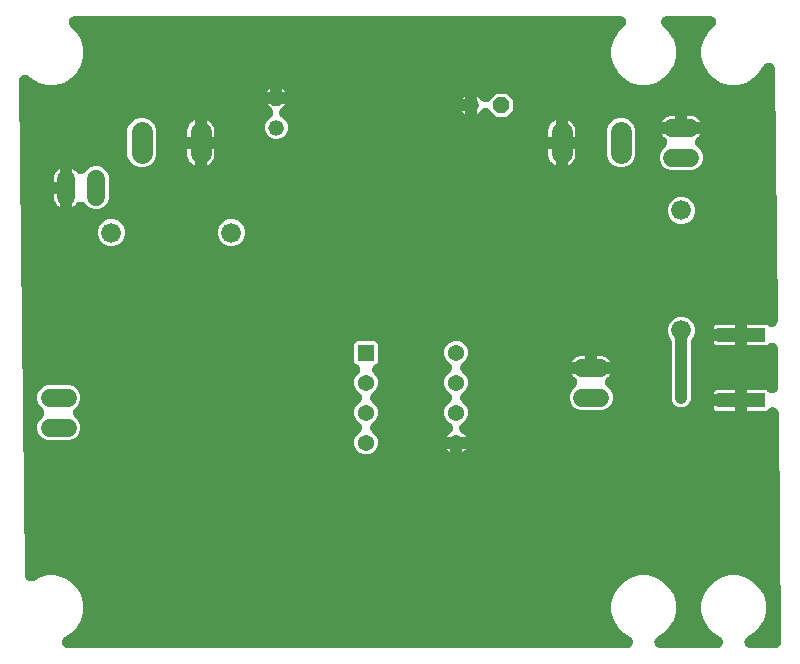
<source format=gbr>
G04 EAGLE Gerber RS-274X export*
G75*
%MOMM*%
%FSLAX34Y34*%
%LPD*%
%INBottom Copper*%
%IPPOS*%
%AMOC8*
5,1,8,0,0,1.08239X$1,22.5*%
G01*
%ADD10C,1.790700*%
%ADD11P,1.429621X8X112.500000*%
%ADD12C,1.320800*%
%ADD13P,1.429621X8X22.500000*%
%ADD14C,1.676400*%
%ADD15C,1.524000*%
%ADD16R,1.371600X1.371600*%
%ADD17C,1.371600*%
%ADD18R,4.100000X1.250000*%
%ADD19C,0.756400*%
%ADD20C,1.016000*%

G36*
X525837Y194327D02*
X525837Y194327D01*
X526101Y194338D01*
X526155Y194347D01*
X526209Y194351D01*
X526468Y194400D01*
X526729Y194444D01*
X526781Y194460D01*
X526835Y194470D01*
X527086Y194552D01*
X527339Y194628D01*
X527389Y194650D01*
X527441Y194667D01*
X527681Y194779D01*
X527921Y194886D01*
X527968Y194914D01*
X528018Y194938D01*
X528241Y195079D01*
X528467Y195215D01*
X528510Y195249D01*
X528556Y195279D01*
X528760Y195447D01*
X528967Y195611D01*
X529005Y195650D01*
X529047Y195684D01*
X529228Y195877D01*
X529413Y196065D01*
X529446Y196109D01*
X529484Y196148D01*
X529639Y196362D01*
X529799Y196572D01*
X529827Y196619D01*
X529859Y196663D01*
X529986Y196894D01*
X530119Y197123D01*
X530140Y197174D01*
X530166Y197221D01*
X530264Y197467D01*
X530367Y197710D01*
X530381Y197763D01*
X530402Y197814D01*
X530468Y198069D01*
X530539Y198323D01*
X530547Y198378D01*
X530561Y198430D01*
X530595Y198692D01*
X530634Y198953D01*
X530635Y199008D01*
X530642Y199062D01*
X530642Y199327D01*
X530649Y199590D01*
X530643Y199645D01*
X530643Y199700D01*
X530610Y199962D01*
X530584Y200224D01*
X530571Y200277D01*
X530564Y200332D01*
X530499Y200588D01*
X530440Y200845D01*
X530421Y200896D01*
X530407Y200949D01*
X530311Y201195D01*
X530219Y201443D01*
X530194Y201491D01*
X530174Y201542D01*
X530047Y201774D01*
X529926Y202008D01*
X529895Y202053D01*
X529868Y202101D01*
X529714Y202315D01*
X529564Y202532D01*
X529527Y202573D01*
X529495Y202618D01*
X529315Y202811D01*
X529139Y203007D01*
X529098Y203043D01*
X529060Y203083D01*
X528857Y203252D01*
X528658Y203425D01*
X528613Y203455D01*
X528571Y203491D01*
X528320Y203651D01*
X528113Y203789D01*
X522984Y206750D01*
X517900Y211834D01*
X514305Y218060D01*
X512444Y225005D01*
X512444Y232195D01*
X514305Y239140D01*
X517900Y245366D01*
X522984Y250450D01*
X529210Y254045D01*
X536155Y255906D01*
X543345Y255906D01*
X550290Y254045D01*
X556516Y250450D01*
X561600Y245366D01*
X565195Y239140D01*
X567056Y232195D01*
X567056Y225005D01*
X565195Y218060D01*
X561600Y211834D01*
X556516Y206750D01*
X551387Y203789D01*
X551167Y203643D01*
X550944Y203501D01*
X550902Y203466D01*
X550856Y203436D01*
X550656Y203264D01*
X550453Y203096D01*
X550415Y203056D01*
X550374Y203020D01*
X550197Y202823D01*
X550016Y202632D01*
X549984Y202587D01*
X549947Y202547D01*
X549797Y202330D01*
X549641Y202116D01*
X549615Y202069D01*
X549584Y202024D01*
X549461Y201790D01*
X549334Y201559D01*
X549313Y201508D01*
X549288Y201459D01*
X549196Y201212D01*
X549098Y200966D01*
X549085Y200913D01*
X549066Y200862D01*
X549005Y200605D01*
X548939Y200350D01*
X548932Y200295D01*
X548919Y200242D01*
X548891Y199979D01*
X548858Y199718D01*
X548858Y199663D01*
X548852Y199609D01*
X548857Y199345D01*
X548857Y199080D01*
X548864Y199026D01*
X548865Y198971D01*
X548903Y198711D01*
X548936Y198448D01*
X548949Y198395D01*
X548957Y198341D01*
X549027Y198087D01*
X549093Y197831D01*
X549113Y197780D01*
X549127Y197727D01*
X549229Y197484D01*
X549326Y197238D01*
X549352Y197190D01*
X549373Y197139D01*
X549504Y196911D01*
X549632Y196679D01*
X549664Y196634D01*
X549691Y196587D01*
X549850Y196377D01*
X550005Y196162D01*
X550042Y196122D01*
X550075Y196079D01*
X550259Y195890D01*
X550440Y195697D01*
X550482Y195662D01*
X550520Y195623D01*
X550727Y195458D01*
X550929Y195289D01*
X550975Y195260D01*
X551018Y195226D01*
X551244Y195088D01*
X551466Y194946D01*
X551516Y194923D01*
X551563Y194894D01*
X551803Y194787D01*
X552042Y194673D01*
X552094Y194656D01*
X552144Y194634D01*
X552396Y194557D01*
X552647Y194474D01*
X552701Y194464D01*
X552753Y194448D01*
X553013Y194403D01*
X553273Y194353D01*
X553327Y194350D01*
X553381Y194340D01*
X553678Y194327D01*
X553927Y194311D01*
X601773Y194311D01*
X602037Y194327D01*
X602301Y194338D01*
X602355Y194347D01*
X602409Y194351D01*
X602668Y194400D01*
X602929Y194444D01*
X602981Y194460D01*
X603035Y194470D01*
X603286Y194552D01*
X603539Y194628D01*
X603589Y194650D01*
X603641Y194667D01*
X603881Y194779D01*
X604121Y194886D01*
X604168Y194914D01*
X604218Y194938D01*
X604441Y195079D01*
X604667Y195215D01*
X604710Y195249D01*
X604756Y195279D01*
X604960Y195447D01*
X605167Y195611D01*
X605205Y195650D01*
X605247Y195684D01*
X605428Y195877D01*
X605613Y196065D01*
X605646Y196109D01*
X605684Y196148D01*
X605839Y196362D01*
X605999Y196572D01*
X606027Y196619D01*
X606059Y196663D01*
X606186Y196894D01*
X606319Y197123D01*
X606340Y197174D01*
X606366Y197221D01*
X606464Y197467D01*
X606567Y197710D01*
X606581Y197763D01*
X606602Y197814D01*
X606668Y198069D01*
X606739Y198323D01*
X606747Y198378D01*
X606761Y198430D01*
X606795Y198692D01*
X606834Y198953D01*
X606835Y199008D01*
X606842Y199062D01*
X606842Y199327D01*
X606849Y199590D01*
X606843Y199645D01*
X606843Y199700D01*
X606810Y199962D01*
X606784Y200224D01*
X606771Y200277D01*
X606764Y200332D01*
X606699Y200588D01*
X606640Y200845D01*
X606621Y200896D01*
X606607Y200949D01*
X606511Y201195D01*
X606419Y201443D01*
X606394Y201491D01*
X606374Y201542D01*
X606247Y201774D01*
X606126Y202008D01*
X606095Y202053D01*
X606068Y202101D01*
X605914Y202315D01*
X605764Y202532D01*
X605727Y202573D01*
X605695Y202618D01*
X605515Y202811D01*
X605339Y203007D01*
X605298Y203043D01*
X605260Y203083D01*
X605057Y203252D01*
X604858Y203425D01*
X604813Y203455D01*
X604771Y203491D01*
X604520Y203651D01*
X604313Y203789D01*
X599184Y206750D01*
X594100Y211834D01*
X590505Y218060D01*
X588644Y225005D01*
X588644Y232195D01*
X590505Y239140D01*
X594100Y245366D01*
X599184Y250450D01*
X605410Y254045D01*
X612355Y255906D01*
X619545Y255906D01*
X626490Y254045D01*
X632716Y250450D01*
X637800Y245366D01*
X641395Y239140D01*
X643256Y232195D01*
X643256Y225005D01*
X641395Y218060D01*
X637800Y211834D01*
X632716Y206750D01*
X627587Y203789D01*
X627367Y203643D01*
X627144Y203501D01*
X627102Y203466D01*
X627056Y203436D01*
X626856Y203264D01*
X626653Y203096D01*
X626615Y203056D01*
X626574Y203020D01*
X626397Y202823D01*
X626216Y202632D01*
X626184Y202587D01*
X626147Y202547D01*
X625997Y202330D01*
X625841Y202116D01*
X625815Y202069D01*
X625784Y202024D01*
X625661Y201790D01*
X625534Y201559D01*
X625513Y201508D01*
X625488Y201459D01*
X625396Y201212D01*
X625298Y200966D01*
X625285Y200913D01*
X625266Y200862D01*
X625205Y200605D01*
X625139Y200350D01*
X625132Y200295D01*
X625119Y200242D01*
X625091Y199979D01*
X625058Y199718D01*
X625058Y199663D01*
X625052Y199609D01*
X625057Y199345D01*
X625057Y199080D01*
X625064Y199026D01*
X625065Y198971D01*
X625103Y198711D01*
X625136Y198448D01*
X625149Y198395D01*
X625157Y198341D01*
X625227Y198087D01*
X625293Y197831D01*
X625313Y197780D01*
X625327Y197727D01*
X625429Y197484D01*
X625526Y197238D01*
X625552Y197190D01*
X625573Y197139D01*
X625704Y196911D01*
X625832Y196679D01*
X625864Y196634D01*
X625891Y196587D01*
X626050Y196377D01*
X626205Y196162D01*
X626242Y196122D01*
X626275Y196079D01*
X626459Y195890D01*
X626640Y195697D01*
X626682Y195662D01*
X626720Y195623D01*
X626927Y195458D01*
X627129Y195289D01*
X627175Y195260D01*
X627218Y195226D01*
X627444Y195088D01*
X627666Y194946D01*
X627716Y194923D01*
X627763Y194894D01*
X628003Y194787D01*
X628242Y194673D01*
X628294Y194656D01*
X628344Y194634D01*
X628596Y194557D01*
X628847Y194474D01*
X628901Y194464D01*
X628953Y194448D01*
X629213Y194403D01*
X629473Y194353D01*
X629527Y194350D01*
X629581Y194340D01*
X629878Y194327D01*
X630127Y194311D01*
X651135Y194311D01*
X651318Y194322D01*
X651502Y194324D01*
X651636Y194342D01*
X651771Y194351D01*
X651951Y194385D01*
X652134Y194410D01*
X652264Y194445D01*
X652397Y194470D01*
X652571Y194527D01*
X652749Y194574D01*
X652874Y194625D01*
X653003Y194667D01*
X653169Y194745D01*
X653339Y194814D01*
X653457Y194880D01*
X653579Y194938D01*
X653735Y195036D01*
X653895Y195126D01*
X654003Y195206D01*
X654117Y195279D01*
X654259Y195396D01*
X654407Y195505D01*
X654505Y195598D01*
X654609Y195684D01*
X654735Y195818D01*
X654868Y195945D01*
X654953Y196050D01*
X655045Y196148D01*
X655154Y196297D01*
X655269Y196440D01*
X655341Y196554D01*
X655420Y196663D01*
X655509Y196824D01*
X655606Y196981D01*
X655663Y197103D01*
X655728Y197221D01*
X655796Y197392D01*
X655873Y197559D01*
X655913Y197688D01*
X655963Y197814D01*
X656009Y197991D01*
X656065Y198167D01*
X656089Y198300D01*
X656123Y198430D01*
X656146Y198613D01*
X656179Y198794D01*
X656186Y198925D01*
X656204Y199062D01*
X656204Y199262D01*
X656214Y199448D01*
X653998Y393300D01*
X653993Y393369D01*
X653994Y393438D01*
X653969Y393686D01*
X653951Y393935D01*
X653937Y394003D01*
X653930Y394072D01*
X653874Y394315D01*
X653824Y394560D01*
X653802Y394625D01*
X653787Y394692D01*
X653701Y394926D01*
X653621Y395164D01*
X653590Y395226D01*
X653567Y395290D01*
X653452Y395512D01*
X653343Y395737D01*
X653305Y395795D01*
X653274Y395856D01*
X653132Y396062D01*
X652996Y396271D01*
X652951Y396324D01*
X652912Y396381D01*
X652746Y396567D01*
X652585Y396758D01*
X652534Y396804D01*
X652488Y396856D01*
X652299Y397020D01*
X652116Y397189D01*
X652059Y397229D01*
X652007Y397274D01*
X651800Y397414D01*
X651596Y397558D01*
X651535Y397591D01*
X651478Y397629D01*
X651255Y397741D01*
X651035Y397860D01*
X650970Y397884D01*
X650909Y397915D01*
X650674Y397998D01*
X650440Y398088D01*
X650373Y398105D01*
X650308Y398128D01*
X650064Y398181D01*
X649821Y398240D01*
X649753Y398248D01*
X649686Y398263D01*
X649437Y398285D01*
X649189Y398314D01*
X649120Y398313D01*
X649051Y398319D01*
X648801Y398310D01*
X648551Y398308D01*
X648483Y398299D01*
X648414Y398296D01*
X648168Y398256D01*
X647920Y398222D01*
X647853Y398204D01*
X647785Y398193D01*
X647546Y398122D01*
X647305Y398058D01*
X647241Y398032D01*
X647175Y398012D01*
X646946Y397912D01*
X646714Y397818D01*
X646654Y397784D01*
X646591Y397756D01*
X646377Y397628D01*
X646159Y397506D01*
X646103Y397465D01*
X646044Y397429D01*
X645847Y397275D01*
X645647Y397127D01*
X645597Y397079D01*
X645543Y397037D01*
X645366Y396859D01*
X645186Y396687D01*
X645143Y396633D01*
X645094Y396584D01*
X644951Y396398D01*
X644784Y396192D01*
X644783Y396189D01*
X644420Y395827D01*
X644003Y395548D01*
X643541Y395357D01*
X643050Y395259D01*
X627379Y395259D01*
X627379Y404050D01*
X627379Y412841D01*
X643050Y412841D01*
X643541Y412743D01*
X644003Y412552D01*
X644420Y412274D01*
X645076Y411617D01*
X645276Y411441D01*
X645471Y411261D01*
X645514Y411231D01*
X645554Y411196D01*
X645774Y411046D01*
X645990Y410892D01*
X646037Y410867D01*
X646081Y410837D01*
X646318Y410716D01*
X646552Y410591D01*
X646601Y410572D01*
X646648Y410548D01*
X646898Y410458D01*
X647147Y410362D01*
X647198Y410350D01*
X647248Y410332D01*
X647507Y410274D01*
X647765Y410210D01*
X647818Y410204D01*
X647870Y410192D01*
X648133Y410167D01*
X648398Y410136D01*
X648451Y410137D01*
X648504Y410132D01*
X648769Y410140D01*
X649035Y410143D01*
X649088Y410150D01*
X649141Y410151D01*
X649403Y410193D01*
X649667Y410228D01*
X649718Y410242D01*
X649770Y410250D01*
X650025Y410324D01*
X650282Y410393D01*
X650331Y410413D01*
X650382Y410427D01*
X650625Y410532D01*
X650872Y410633D01*
X650919Y410659D01*
X650967Y410680D01*
X651196Y410815D01*
X651428Y410945D01*
X651470Y410976D01*
X651516Y411003D01*
X651727Y411166D01*
X651940Y411324D01*
X651978Y411360D01*
X652020Y411393D01*
X652209Y411581D01*
X652401Y411764D01*
X652434Y411805D01*
X652471Y411842D01*
X652635Y412052D01*
X652802Y412258D01*
X652830Y412303D01*
X652863Y412345D01*
X652998Y412573D01*
X653139Y412799D01*
X653161Y412847D01*
X653188Y412893D01*
X653294Y413136D01*
X653406Y413378D01*
X653422Y413428D01*
X653443Y413477D01*
X653518Y413732D01*
X653598Y413985D01*
X653607Y414038D01*
X653622Y414088D01*
X653664Y414351D01*
X653712Y414612D01*
X653715Y414664D01*
X653723Y414717D01*
X653733Y415019D01*
X653747Y415267D01*
X653372Y448075D01*
X653356Y448282D01*
X653350Y448490D01*
X653333Y448599D01*
X653324Y448710D01*
X653283Y448914D01*
X653251Y449119D01*
X653220Y449226D01*
X653198Y449334D01*
X653132Y449531D01*
X653074Y449731D01*
X653030Y449833D01*
X652994Y449938D01*
X652904Y450125D01*
X652822Y450316D01*
X652765Y450412D01*
X652717Y450512D01*
X652604Y450686D01*
X652498Y450865D01*
X652430Y450953D01*
X652370Y451046D01*
X652235Y451205D01*
X652108Y451369D01*
X652030Y451448D01*
X651958Y451532D01*
X651806Y451673D01*
X651659Y451820D01*
X651571Y451889D01*
X651489Y451964D01*
X651320Y452084D01*
X651156Y452212D01*
X651060Y452269D01*
X650970Y452333D01*
X650787Y452431D01*
X650608Y452537D01*
X650507Y452581D01*
X650409Y452634D01*
X650214Y452709D01*
X650024Y452792D01*
X649918Y452823D01*
X649814Y452863D01*
X649612Y452912D01*
X649413Y452971D01*
X649303Y452988D01*
X649195Y453015D01*
X648989Y453039D01*
X648784Y453072D01*
X648673Y453076D01*
X648562Y453089D01*
X648354Y453087D01*
X648147Y453094D01*
X648036Y453083D01*
X647925Y453082D01*
X647719Y453054D01*
X647512Y453035D01*
X647404Y453012D01*
X647294Y452997D01*
X647093Y452943D01*
X646890Y452898D01*
X646786Y452861D01*
X646678Y452832D01*
X646485Y452754D01*
X646290Y452684D01*
X646191Y452634D01*
X646088Y452592D01*
X645907Y452490D01*
X645721Y452397D01*
X645630Y452335D01*
X645533Y452280D01*
X645366Y452157D01*
X645193Y452040D01*
X645112Y451969D01*
X645021Y451901D01*
X644857Y451745D01*
X644701Y451608D01*
X644420Y451327D01*
X644003Y451048D01*
X643541Y450857D01*
X643050Y450759D01*
X627379Y450759D01*
X627379Y459550D01*
X627379Y468341D01*
X643050Y468341D01*
X643541Y468243D01*
X644003Y468052D01*
X644420Y467774D01*
X644434Y467759D01*
X644634Y467583D01*
X644829Y467403D01*
X644873Y467372D01*
X644912Y467337D01*
X645131Y467189D01*
X645349Y467034D01*
X645396Y467009D01*
X645439Y466979D01*
X645675Y466859D01*
X645910Y466733D01*
X645960Y466714D01*
X646007Y466690D01*
X646256Y466600D01*
X646505Y466504D01*
X646556Y466491D01*
X646606Y466474D01*
X646865Y466415D01*
X647124Y466352D01*
X647176Y466346D01*
X647228Y466334D01*
X647492Y466309D01*
X647756Y466278D01*
X647809Y466279D01*
X647862Y466274D01*
X648127Y466282D01*
X648393Y466284D01*
X648446Y466291D01*
X648499Y466293D01*
X648760Y466334D01*
X649025Y466370D01*
X649076Y466384D01*
X649128Y466392D01*
X649383Y466466D01*
X649640Y466534D01*
X649689Y466554D01*
X649740Y466569D01*
X649984Y466674D01*
X650231Y466774D01*
X650277Y466800D01*
X650325Y466821D01*
X650554Y466956D01*
X650786Y467086D01*
X650829Y467118D01*
X650874Y467145D01*
X651084Y467307D01*
X651298Y467465D01*
X651336Y467502D01*
X651378Y467534D01*
X651567Y467722D01*
X651759Y467906D01*
X651792Y467947D01*
X651830Y467984D01*
X651993Y468194D01*
X652161Y468400D01*
X652189Y468445D01*
X652221Y468487D01*
X652357Y468715D01*
X652497Y468941D01*
X652520Y468989D01*
X652547Y469034D01*
X652653Y469278D01*
X652764Y469520D01*
X652780Y469570D01*
X652801Y469619D01*
X652876Y469874D01*
X652956Y470127D01*
X652965Y470179D01*
X652980Y470230D01*
X653022Y470493D01*
X653070Y470754D01*
X653073Y470806D01*
X653081Y470859D01*
X653092Y471160D01*
X653105Y471408D01*
X650662Y685114D01*
X650645Y685348D01*
X650635Y685583D01*
X650621Y685666D01*
X650615Y685750D01*
X650568Y685980D01*
X650529Y686212D01*
X650505Y686292D01*
X650488Y686374D01*
X650413Y686597D01*
X650346Y686822D01*
X650312Y686898D01*
X650285Y686978D01*
X650182Y687190D01*
X650087Y687404D01*
X650044Y687476D01*
X650007Y687551D01*
X649879Y687748D01*
X649758Y687950D01*
X649706Y688015D01*
X649660Y688085D01*
X649509Y688265D01*
X649363Y688449D01*
X649303Y688508D01*
X649249Y688572D01*
X649076Y688731D01*
X648908Y688896D01*
X648841Y688947D01*
X648780Y689003D01*
X648588Y689140D01*
X648401Y689282D01*
X648329Y689324D01*
X648260Y689372D01*
X648053Y689484D01*
X647850Y689601D01*
X647773Y689634D01*
X647699Y689674D01*
X647479Y689758D01*
X647263Y689849D01*
X647183Y689872D01*
X647104Y689902D01*
X646876Y689958D01*
X646650Y690022D01*
X646567Y690035D01*
X646486Y690055D01*
X646252Y690082D01*
X646020Y690117D01*
X645936Y690118D01*
X645853Y690128D01*
X645618Y690126D01*
X645383Y690131D01*
X645299Y690123D01*
X645216Y690122D01*
X644983Y690090D01*
X644749Y690066D01*
X644667Y690047D01*
X644584Y690036D01*
X644357Y689976D01*
X644128Y689923D01*
X644050Y689894D01*
X643969Y689872D01*
X643751Y689783D01*
X643530Y689702D01*
X643456Y689664D01*
X643379Y689632D01*
X643173Y689517D01*
X642965Y689409D01*
X642896Y689361D01*
X642823Y689320D01*
X642634Y689180D01*
X642441Y689047D01*
X642378Y688991D01*
X642311Y688941D01*
X642141Y688779D01*
X641966Y688622D01*
X641911Y688558D01*
X641850Y688501D01*
X641702Y688319D01*
X641548Y688141D01*
X641502Y688072D01*
X641448Y688006D01*
X641312Y687788D01*
X641184Y687596D01*
X637800Y681734D01*
X632716Y676650D01*
X626490Y673055D01*
X619545Y671194D01*
X612355Y671194D01*
X605410Y673055D01*
X599184Y676650D01*
X594100Y681734D01*
X590505Y687960D01*
X588644Y694905D01*
X588644Y702095D01*
X590505Y709040D01*
X594100Y715266D01*
X599652Y720818D01*
X599809Y720996D01*
X599971Y721168D01*
X600019Y721235D01*
X600074Y721296D01*
X600207Y721492D01*
X600346Y721684D01*
X600386Y721755D01*
X600432Y721823D01*
X600540Y722034D01*
X600654Y722241D01*
X600684Y722318D01*
X600721Y722391D01*
X600802Y722613D01*
X600889Y722834D01*
X600910Y722913D01*
X600937Y722990D01*
X600989Y723221D01*
X601049Y723450D01*
X601059Y723532D01*
X601077Y723612D01*
X601099Y723847D01*
X601129Y724082D01*
X601130Y724165D01*
X601137Y724246D01*
X601130Y724482D01*
X601131Y724720D01*
X601120Y724801D01*
X601118Y724883D01*
X601081Y725117D01*
X601052Y725352D01*
X601032Y725431D01*
X601019Y725512D01*
X600953Y725740D01*
X600895Y725969D01*
X600865Y726045D01*
X600842Y726124D01*
X600748Y726342D01*
X600662Y726562D01*
X600622Y726634D01*
X600590Y726709D01*
X600470Y726913D01*
X600356Y727121D01*
X600308Y727188D01*
X600266Y727258D01*
X600121Y727446D01*
X599983Y727638D01*
X599927Y727698D01*
X599876Y727762D01*
X599709Y727930D01*
X599548Y728103D01*
X599485Y728156D01*
X599427Y728214D01*
X599240Y728359D01*
X599058Y728511D01*
X598989Y728555D01*
X598924Y728605D01*
X598721Y728726D01*
X598521Y728854D01*
X598447Y728889D01*
X598376Y728931D01*
X598160Y729025D01*
X597945Y729127D01*
X597867Y729152D01*
X597792Y729185D01*
X597565Y729252D01*
X597340Y729326D01*
X597260Y729341D01*
X597181Y729364D01*
X596947Y729402D01*
X596715Y729447D01*
X596634Y729452D01*
X596552Y729465D01*
X596292Y729474D01*
X596061Y729489D01*
X559639Y729489D01*
X559403Y729474D01*
X559166Y729467D01*
X559085Y729454D01*
X559003Y729449D01*
X558771Y729405D01*
X558537Y729368D01*
X558458Y729345D01*
X558378Y729330D01*
X558152Y729257D01*
X557925Y729191D01*
X557850Y729159D01*
X557771Y729133D01*
X557557Y729033D01*
X557340Y728939D01*
X557269Y728897D01*
X557195Y728862D01*
X556995Y728736D01*
X556791Y728615D01*
X556726Y728565D01*
X556657Y728521D01*
X556474Y728370D01*
X556287Y728226D01*
X556229Y728168D01*
X556165Y728116D01*
X556003Y727943D01*
X555835Y727776D01*
X555785Y727711D01*
X555729Y727652D01*
X555590Y727460D01*
X555444Y727273D01*
X555402Y727203D01*
X555354Y727137D01*
X555240Y726929D01*
X555119Y726726D01*
X555086Y726650D01*
X555046Y726579D01*
X554959Y726359D01*
X554864Y726141D01*
X554841Y726063D01*
X554811Y725986D01*
X554752Y725757D01*
X554685Y725530D01*
X554672Y725449D01*
X554651Y725370D01*
X554621Y725135D01*
X554584Y724901D01*
X554581Y724819D01*
X554571Y724738D01*
X554570Y724501D01*
X554562Y724264D01*
X554570Y724183D01*
X554569Y724100D01*
X554599Y723865D01*
X554620Y723630D01*
X554638Y723550D01*
X554648Y723468D01*
X554707Y723239D01*
X554757Y723008D01*
X554785Y722930D01*
X554805Y722851D01*
X554892Y722630D01*
X554971Y722407D01*
X555008Y722334D01*
X555038Y722258D01*
X555152Y722050D01*
X555259Y721839D01*
X555305Y721771D01*
X555344Y721699D01*
X555483Y721507D01*
X555615Y721311D01*
X555668Y721250D01*
X555717Y721182D01*
X555895Y720992D01*
X556048Y720818D01*
X561600Y715266D01*
X565195Y709040D01*
X567056Y702095D01*
X567056Y694905D01*
X565195Y687960D01*
X561600Y681734D01*
X556516Y676650D01*
X550290Y673055D01*
X543345Y671194D01*
X536155Y671194D01*
X529210Y673055D01*
X522984Y676650D01*
X517900Y681734D01*
X514305Y687960D01*
X512444Y694905D01*
X512444Y702095D01*
X514305Y709040D01*
X517900Y715266D01*
X523452Y720818D01*
X523609Y720996D01*
X523771Y721168D01*
X523819Y721235D01*
X523874Y721296D01*
X524007Y721492D01*
X524146Y721684D01*
X524186Y721755D01*
X524232Y721823D01*
X524340Y722034D01*
X524454Y722241D01*
X524484Y722318D01*
X524521Y722391D01*
X524602Y722613D01*
X524689Y722834D01*
X524710Y722913D01*
X524737Y722990D01*
X524789Y723221D01*
X524849Y723450D01*
X524859Y723532D01*
X524877Y723612D01*
X524899Y723847D01*
X524929Y724082D01*
X524930Y724165D01*
X524937Y724246D01*
X524930Y724482D01*
X524931Y724720D01*
X524920Y724801D01*
X524918Y724883D01*
X524881Y725117D01*
X524852Y725352D01*
X524832Y725431D01*
X524819Y725512D01*
X524753Y725740D01*
X524695Y725969D01*
X524665Y726045D01*
X524642Y726124D01*
X524548Y726342D01*
X524462Y726562D01*
X524422Y726634D01*
X524390Y726709D01*
X524270Y726913D01*
X524156Y727121D01*
X524108Y727188D01*
X524066Y727258D01*
X523921Y727446D01*
X523783Y727638D01*
X523727Y727698D01*
X523676Y727762D01*
X523509Y727930D01*
X523348Y728103D01*
X523285Y728156D01*
X523227Y728214D01*
X523040Y728359D01*
X522858Y728511D01*
X522789Y728555D01*
X522724Y728605D01*
X522521Y728726D01*
X522321Y728854D01*
X522247Y728889D01*
X522176Y728931D01*
X521960Y729025D01*
X521745Y729127D01*
X521667Y729152D01*
X521592Y729185D01*
X521365Y729252D01*
X521140Y729326D01*
X521060Y729341D01*
X520981Y729364D01*
X520747Y729402D01*
X520515Y729447D01*
X520434Y729452D01*
X520352Y729465D01*
X520092Y729474D01*
X519861Y729489D01*
X57989Y729489D01*
X57753Y729474D01*
X57516Y729467D01*
X57435Y729454D01*
X57353Y729449D01*
X57121Y729405D01*
X56887Y729368D01*
X56808Y729345D01*
X56728Y729330D01*
X56502Y729257D01*
X56275Y729191D01*
X56200Y729159D01*
X56121Y729133D01*
X55907Y729033D01*
X55690Y728939D01*
X55619Y728897D01*
X55545Y728862D01*
X55345Y728736D01*
X55141Y728615D01*
X55076Y728565D01*
X55007Y728521D01*
X54824Y728370D01*
X54637Y728226D01*
X54579Y728168D01*
X54515Y728116D01*
X54353Y727943D01*
X54185Y727776D01*
X54135Y727711D01*
X54079Y727652D01*
X53940Y727460D01*
X53794Y727273D01*
X53752Y727203D01*
X53704Y727137D01*
X53590Y726929D01*
X53469Y726726D01*
X53436Y726650D01*
X53396Y726579D01*
X53309Y726359D01*
X53214Y726141D01*
X53191Y726063D01*
X53161Y725986D01*
X53102Y725757D01*
X53035Y725530D01*
X53022Y725449D01*
X53001Y725370D01*
X52971Y725135D01*
X52934Y724901D01*
X52931Y724819D01*
X52921Y724738D01*
X52920Y724501D01*
X52912Y724264D01*
X52920Y724183D01*
X52919Y724100D01*
X52949Y723865D01*
X52970Y723630D01*
X52988Y723550D01*
X52998Y723468D01*
X53057Y723239D01*
X53107Y723008D01*
X53135Y722930D01*
X53155Y722851D01*
X53242Y722630D01*
X53321Y722407D01*
X53358Y722334D01*
X53388Y722258D01*
X53502Y722050D01*
X53609Y721839D01*
X53655Y721771D01*
X53694Y721699D01*
X53833Y721507D01*
X53965Y721311D01*
X54018Y721250D01*
X54067Y721182D01*
X54245Y720992D01*
X54398Y720818D01*
X59950Y715266D01*
X63545Y709040D01*
X65406Y702095D01*
X65406Y694905D01*
X63545Y687960D01*
X59950Y681734D01*
X54866Y676650D01*
X48640Y673055D01*
X41695Y671194D01*
X34505Y671194D01*
X27560Y673055D01*
X21334Y676650D01*
X19574Y678410D01*
X19374Y678587D01*
X19179Y678766D01*
X19136Y678796D01*
X19096Y678832D01*
X18876Y678981D01*
X18659Y679135D01*
X18612Y679160D01*
X18569Y679190D01*
X18333Y679310D01*
X18098Y679436D01*
X18048Y679455D01*
X18001Y679479D01*
X17752Y679569D01*
X17503Y679665D01*
X17452Y679677D01*
X17402Y679695D01*
X17143Y679754D01*
X16885Y679817D01*
X16832Y679823D01*
X16780Y679835D01*
X16516Y679860D01*
X16252Y679891D01*
X16199Y679890D01*
X16146Y679895D01*
X15881Y679887D01*
X15615Y679885D01*
X15562Y679877D01*
X15509Y679876D01*
X15247Y679835D01*
X14983Y679799D01*
X14932Y679785D01*
X14880Y679777D01*
X14625Y679703D01*
X14368Y679635D01*
X14319Y679615D01*
X14268Y679600D01*
X14024Y679495D01*
X13777Y679395D01*
X13731Y679369D01*
X13683Y679348D01*
X13454Y679213D01*
X13222Y679083D01*
X13179Y679051D01*
X13134Y679024D01*
X12923Y678861D01*
X12710Y678703D01*
X12672Y678667D01*
X12630Y678634D01*
X12441Y678446D01*
X12249Y678263D01*
X12216Y678222D01*
X12178Y678185D01*
X12015Y677975D01*
X11847Y677769D01*
X11819Y677724D01*
X11787Y677682D01*
X11651Y677454D01*
X11511Y677228D01*
X11488Y677180D01*
X11461Y677134D01*
X11355Y676890D01*
X11244Y676649D01*
X11228Y676599D01*
X11207Y676550D01*
X11132Y676295D01*
X11052Y676042D01*
X11043Y675990D01*
X11028Y675939D01*
X10986Y675676D01*
X10938Y675415D01*
X10935Y675363D01*
X10927Y675310D01*
X10916Y675009D01*
X10903Y674761D01*
X15691Y255931D01*
X15704Y255751D01*
X15708Y255571D01*
X15728Y255434D01*
X15738Y255296D01*
X15774Y255119D01*
X15800Y254940D01*
X15837Y254807D01*
X15864Y254671D01*
X15922Y254501D01*
X15970Y254326D01*
X16024Y254199D01*
X16068Y254068D01*
X16147Y253905D01*
X16216Y253739D01*
X16285Y253619D01*
X16346Y253494D01*
X16444Y253343D01*
X16534Y253186D01*
X16617Y253076D01*
X16693Y252960D01*
X16809Y252822D01*
X16918Y252678D01*
X17015Y252579D01*
X17104Y252473D01*
X17237Y252351D01*
X17363Y252222D01*
X17471Y252136D01*
X17573Y252042D01*
X17720Y251938D01*
X17861Y251825D01*
X17980Y251753D01*
X18092Y251673D01*
X18252Y251587D01*
X18406Y251494D01*
X18532Y251437D01*
X18654Y251372D01*
X18823Y251307D01*
X18987Y251233D01*
X19119Y251193D01*
X19249Y251143D01*
X19424Y251100D01*
X19597Y251047D01*
X19733Y251024D01*
X19867Y250991D01*
X20047Y250970D01*
X20224Y250939D01*
X20363Y250933D01*
X20500Y250917D01*
X20681Y250919D01*
X20861Y250911D01*
X20999Y250922D01*
X21137Y250923D01*
X21316Y250948D01*
X21496Y250962D01*
X21631Y250991D01*
X21769Y251009D01*
X21943Y251056D01*
X22120Y251093D01*
X22250Y251138D01*
X22384Y251173D01*
X22552Y251242D01*
X22722Y251300D01*
X22843Y251360D01*
X22974Y251413D01*
X23145Y251509D01*
X23309Y251591D01*
X27560Y254045D01*
X34505Y255906D01*
X41695Y255906D01*
X48640Y254045D01*
X54866Y250450D01*
X59950Y245366D01*
X63545Y239140D01*
X65406Y232195D01*
X65406Y225005D01*
X63545Y218060D01*
X59950Y211834D01*
X54866Y206750D01*
X49737Y203789D01*
X49517Y203643D01*
X49294Y203501D01*
X49252Y203466D01*
X49206Y203436D01*
X49006Y203264D01*
X48803Y203096D01*
X48765Y203056D01*
X48724Y203020D01*
X48547Y202823D01*
X48366Y202632D01*
X48334Y202587D01*
X48297Y202547D01*
X48147Y202330D01*
X47991Y202116D01*
X47965Y202069D01*
X47934Y202024D01*
X47811Y201790D01*
X47684Y201559D01*
X47663Y201508D01*
X47638Y201459D01*
X47546Y201212D01*
X47448Y200966D01*
X47435Y200913D01*
X47416Y200862D01*
X47355Y200605D01*
X47289Y200350D01*
X47282Y200295D01*
X47269Y200242D01*
X47241Y199979D01*
X47208Y199718D01*
X47208Y199663D01*
X47202Y199609D01*
X47207Y199345D01*
X47207Y199080D01*
X47214Y199026D01*
X47215Y198971D01*
X47253Y198711D01*
X47286Y198448D01*
X47299Y198395D01*
X47307Y198341D01*
X47377Y198087D01*
X47443Y197831D01*
X47463Y197780D01*
X47477Y197727D01*
X47579Y197484D01*
X47676Y197238D01*
X47702Y197190D01*
X47723Y197139D01*
X47854Y196911D01*
X47982Y196679D01*
X48014Y196634D01*
X48041Y196587D01*
X48200Y196377D01*
X48355Y196162D01*
X48392Y196122D01*
X48425Y196079D01*
X48609Y195890D01*
X48790Y195697D01*
X48832Y195662D01*
X48870Y195623D01*
X49077Y195458D01*
X49279Y195289D01*
X49325Y195260D01*
X49368Y195226D01*
X49594Y195088D01*
X49816Y194946D01*
X49866Y194923D01*
X49913Y194894D01*
X50153Y194787D01*
X50392Y194673D01*
X50444Y194656D01*
X50494Y194634D01*
X50746Y194557D01*
X50997Y194474D01*
X51051Y194464D01*
X51103Y194448D01*
X51363Y194403D01*
X51623Y194353D01*
X51677Y194350D01*
X51731Y194340D01*
X52028Y194327D01*
X52277Y194311D01*
X525573Y194311D01*
X525837Y194327D01*
G37*
%LPC*%
G36*
X302829Y358393D02*
X302829Y358393D01*
X299188Y359902D01*
X296402Y362688D01*
X294893Y366329D01*
X294893Y370271D01*
X296402Y373912D01*
X299898Y377408D01*
X300001Y377525D01*
X300110Y377634D01*
X300211Y377763D01*
X300320Y377886D01*
X300407Y378014D01*
X300502Y378137D01*
X300586Y378278D01*
X300678Y378413D01*
X300748Y378551D01*
X300827Y378684D01*
X300893Y378835D01*
X300967Y378981D01*
X301020Y379127D01*
X301082Y379269D01*
X301128Y379426D01*
X301183Y379580D01*
X301217Y379731D01*
X301261Y379880D01*
X301287Y380042D01*
X301323Y380202D01*
X301337Y380356D01*
X301362Y380509D01*
X301368Y380673D01*
X301383Y380836D01*
X301378Y380991D01*
X301384Y381146D01*
X301369Y381309D01*
X301364Y381473D01*
X301340Y381626D01*
X301326Y381780D01*
X301290Y381940D01*
X301265Y382102D01*
X301222Y382251D01*
X301188Y382402D01*
X301133Y382557D01*
X301088Y382714D01*
X301026Y382857D01*
X300974Y383003D01*
X300900Y383149D01*
X300836Y383299D01*
X300757Y383433D01*
X300687Y383571D01*
X300595Y383707D01*
X300512Y383848D01*
X300417Y383971D01*
X300331Y384099D01*
X300225Y384219D01*
X300122Y384352D01*
X300003Y384472D01*
X299898Y384592D01*
X296401Y388088D01*
X294893Y391729D01*
X294893Y395671D01*
X296402Y399312D01*
X299898Y402808D01*
X300001Y402925D01*
X300110Y403034D01*
X300211Y403163D01*
X300320Y403286D01*
X300407Y403414D01*
X300502Y403537D01*
X300586Y403678D01*
X300678Y403813D01*
X300748Y403951D01*
X300827Y404084D01*
X300893Y404235D01*
X300967Y404381D01*
X301020Y404527D01*
X301082Y404669D01*
X301128Y404826D01*
X301183Y404980D01*
X301217Y405131D01*
X301261Y405280D01*
X301287Y405442D01*
X301323Y405602D01*
X301337Y405756D01*
X301362Y405909D01*
X301368Y406073D01*
X301383Y406236D01*
X301378Y406391D01*
X301384Y406546D01*
X301369Y406709D01*
X301364Y406873D01*
X301340Y407026D01*
X301326Y407180D01*
X301290Y407340D01*
X301265Y407502D01*
X301222Y407651D01*
X301188Y407802D01*
X301133Y407957D01*
X301088Y408114D01*
X301026Y408257D01*
X300974Y408403D01*
X300900Y408549D01*
X300836Y408699D01*
X300757Y408833D01*
X300687Y408971D01*
X300595Y409107D01*
X300512Y409248D01*
X300417Y409371D01*
X300331Y409499D01*
X300225Y409619D01*
X300122Y409752D01*
X300003Y409872D01*
X299898Y409992D01*
X296401Y413488D01*
X294893Y417129D01*
X294893Y421071D01*
X296401Y424712D01*
X298287Y426597D01*
X298417Y426744D01*
X298553Y426885D01*
X298627Y426983D01*
X298709Y427075D01*
X298819Y427237D01*
X298937Y427394D01*
X298998Y427501D01*
X299067Y427602D01*
X299156Y427777D01*
X299253Y427947D01*
X299300Y428060D01*
X299356Y428170D01*
X299423Y428354D01*
X299498Y428535D01*
X299531Y428653D01*
X299572Y428769D01*
X299615Y428960D01*
X299667Y429149D01*
X299685Y429270D01*
X299712Y429391D01*
X299730Y429586D01*
X299758Y429780D01*
X299761Y429903D01*
X299772Y430025D01*
X299766Y430221D01*
X299770Y430417D01*
X299757Y430539D01*
X299753Y430662D01*
X299722Y430855D01*
X299701Y431050D01*
X299673Y431170D01*
X299654Y431291D01*
X299599Y431479D01*
X299554Y431670D01*
X299511Y431785D01*
X299477Y431903D01*
X299399Y432083D01*
X299331Y432267D01*
X299273Y432376D01*
X299225Y432488D01*
X299125Y432657D01*
X299034Y432831D01*
X298964Y432931D01*
X298901Y433037D01*
X298781Y433192D01*
X298669Y433353D01*
X298587Y433444D01*
X298511Y433541D01*
X298373Y433680D01*
X298242Y433825D01*
X298149Y433905D01*
X298062Y433993D01*
X297907Y434113D01*
X297759Y434241D01*
X297656Y434309D01*
X297559Y434384D01*
X297391Y434484D01*
X297227Y434592D01*
X297119Y434646D01*
X297011Y434710D01*
X296816Y434795D01*
X296639Y434882D01*
X296215Y435057D01*
X295357Y435915D01*
X294893Y437036D01*
X294893Y451964D01*
X295357Y453085D01*
X296215Y453943D01*
X297336Y454407D01*
X312264Y454407D01*
X313385Y453943D01*
X314243Y453085D01*
X314707Y451964D01*
X314707Y437036D01*
X314243Y435915D01*
X313385Y435057D01*
X312961Y434882D01*
X312785Y434795D01*
X312605Y434718D01*
X312499Y434656D01*
X312388Y434601D01*
X312224Y434494D01*
X312056Y434394D01*
X311959Y434319D01*
X311856Y434252D01*
X311707Y434124D01*
X311552Y434005D01*
X311465Y433918D01*
X311371Y433838D01*
X311239Y433693D01*
X311101Y433555D01*
X311025Y433458D01*
X310942Y433367D01*
X310829Y433207D01*
X310709Y433052D01*
X310646Y432947D01*
X310575Y432846D01*
X310484Y432673D01*
X310384Y432505D01*
X310334Y432392D01*
X310277Y432283D01*
X310208Y432100D01*
X310129Y431920D01*
X310095Y431803D01*
X310051Y431687D01*
X310005Y431497D01*
X309950Y431309D01*
X309931Y431188D01*
X309902Y431068D01*
X309880Y430873D01*
X309849Y430680D01*
X309845Y430557D01*
X309831Y430435D01*
X309834Y430239D01*
X309827Y430043D01*
X309838Y429921D01*
X309840Y429798D01*
X309867Y429604D01*
X309885Y429409D01*
X309912Y429289D01*
X309929Y429167D01*
X309980Y428978D01*
X310023Y428787D01*
X310064Y428671D01*
X310096Y428552D01*
X310171Y428371D01*
X310237Y428186D01*
X310292Y428076D01*
X310339Y427963D01*
X310436Y427793D01*
X310524Y427618D01*
X310593Y427516D01*
X310654Y427409D01*
X310771Y427252D01*
X310880Y427090D01*
X310960Y426999D01*
X311035Y426899D01*
X311183Y426746D01*
X311313Y426597D01*
X313199Y424712D01*
X314707Y421071D01*
X314707Y417129D01*
X313199Y413488D01*
X309702Y409992D01*
X309599Y409875D01*
X309490Y409766D01*
X309389Y409637D01*
X309280Y409514D01*
X309193Y409386D01*
X309098Y409263D01*
X309014Y409122D01*
X308922Y408987D01*
X308852Y408849D01*
X308773Y408716D01*
X308707Y408565D01*
X308633Y408419D01*
X308580Y408274D01*
X308518Y408131D01*
X308472Y407974D01*
X308417Y407820D01*
X308383Y407669D01*
X308339Y407520D01*
X308313Y407358D01*
X308277Y407198D01*
X308263Y407044D01*
X308238Y406891D01*
X308232Y406727D01*
X308217Y406564D01*
X308222Y406409D01*
X308216Y406254D01*
X308231Y406091D01*
X308236Y405927D01*
X308260Y405774D01*
X308274Y405620D01*
X308310Y405460D01*
X308335Y405298D01*
X308378Y405149D01*
X308412Y404998D01*
X308467Y404843D01*
X308512Y404686D01*
X308574Y404543D01*
X308626Y404397D01*
X308699Y404251D01*
X308764Y404101D01*
X308843Y403967D01*
X308913Y403829D01*
X309005Y403693D01*
X309088Y403552D01*
X309183Y403429D01*
X309269Y403301D01*
X309374Y403181D01*
X309478Y403048D01*
X309597Y402928D01*
X309702Y402808D01*
X313198Y399312D01*
X314707Y395671D01*
X314707Y391729D01*
X313199Y388088D01*
X309702Y384592D01*
X309599Y384475D01*
X309490Y384366D01*
X309389Y384237D01*
X309280Y384114D01*
X309193Y383986D01*
X309098Y383863D01*
X309014Y383722D01*
X308922Y383587D01*
X308852Y383449D01*
X308773Y383316D01*
X308707Y383165D01*
X308633Y383019D01*
X308580Y382874D01*
X308518Y382731D01*
X308472Y382574D01*
X308417Y382420D01*
X308383Y382269D01*
X308339Y382120D01*
X308313Y381958D01*
X308277Y381798D01*
X308263Y381644D01*
X308238Y381491D01*
X308232Y381327D01*
X308217Y381164D01*
X308222Y381009D01*
X308216Y380854D01*
X308231Y380691D01*
X308236Y380527D01*
X308260Y380374D01*
X308274Y380220D01*
X308310Y380060D01*
X308335Y379898D01*
X308378Y379749D01*
X308412Y379598D01*
X308467Y379443D01*
X308512Y379286D01*
X308574Y379143D01*
X308626Y378997D01*
X308699Y378851D01*
X308764Y378701D01*
X308843Y378567D01*
X308913Y378429D01*
X309005Y378293D01*
X309088Y378152D01*
X309183Y378029D01*
X309269Y377901D01*
X309374Y377781D01*
X309478Y377648D01*
X309597Y377528D01*
X309702Y377408D01*
X313198Y373912D01*
X314707Y370271D01*
X314707Y366329D01*
X313198Y362688D01*
X310412Y359902D01*
X306771Y358393D01*
X302829Y358393D01*
G37*
%LPD*%
%LPC*%
G36*
X34708Y370331D02*
X34708Y370331D01*
X30787Y371956D01*
X27786Y374957D01*
X26161Y378878D01*
X26161Y383122D01*
X27785Y387043D01*
X30851Y390108D01*
X30953Y390225D01*
X31063Y390334D01*
X31163Y390463D01*
X31272Y390586D01*
X31359Y390714D01*
X31454Y390837D01*
X31538Y390978D01*
X31630Y391113D01*
X31701Y391251D01*
X31780Y391384D01*
X31845Y391535D01*
X31920Y391681D01*
X31972Y391826D01*
X32034Y391969D01*
X32080Y392126D01*
X32136Y392280D01*
X32170Y392431D01*
X32213Y392580D01*
X32239Y392742D01*
X32275Y392902D01*
X32290Y393056D01*
X32314Y393209D01*
X32320Y393373D01*
X32336Y393536D01*
X32331Y393691D01*
X32336Y393846D01*
X32321Y394009D01*
X32316Y394173D01*
X32292Y394326D01*
X32278Y394480D01*
X32243Y394640D01*
X32217Y394802D01*
X32174Y394951D01*
X32141Y395102D01*
X32086Y395257D01*
X32040Y395414D01*
X31979Y395557D01*
X31927Y395703D01*
X31853Y395849D01*
X31788Y395999D01*
X31709Y396133D01*
X31639Y396271D01*
X31548Y396407D01*
X31464Y396548D01*
X31370Y396671D01*
X31283Y396799D01*
X31178Y396919D01*
X31075Y397052D01*
X30956Y397172D01*
X30851Y397292D01*
X27786Y400357D01*
X26161Y404278D01*
X26161Y408522D01*
X27786Y412443D01*
X30787Y415444D01*
X34708Y417069D01*
X54192Y417069D01*
X58113Y415444D01*
X61114Y412443D01*
X62739Y408522D01*
X62739Y404278D01*
X61114Y400357D01*
X58049Y397292D01*
X57947Y397175D01*
X57837Y397066D01*
X57736Y396937D01*
X57628Y396814D01*
X57541Y396686D01*
X57446Y396563D01*
X57362Y396422D01*
X57270Y396287D01*
X57199Y396149D01*
X57120Y396016D01*
X57055Y395865D01*
X56980Y395719D01*
X56928Y395573D01*
X56866Y395431D01*
X56820Y395274D01*
X56764Y395120D01*
X56730Y394969D01*
X56687Y394820D01*
X56661Y394658D01*
X56625Y394498D01*
X56610Y394344D01*
X56586Y394191D01*
X56580Y394027D01*
X56564Y393864D01*
X56569Y393709D01*
X56564Y393554D01*
X56579Y393391D01*
X56584Y393227D01*
X56608Y393074D01*
X56622Y392920D01*
X56657Y392760D01*
X56683Y392598D01*
X56726Y392449D01*
X56759Y392298D01*
X56814Y392143D01*
X56860Y391986D01*
X56921Y391843D01*
X56973Y391697D01*
X57047Y391551D01*
X57112Y391401D01*
X57191Y391267D01*
X57261Y391129D01*
X57352Y390993D01*
X57436Y390852D01*
X57530Y390729D01*
X57617Y390601D01*
X57722Y390481D01*
X57825Y390348D01*
X57944Y390228D01*
X58049Y390108D01*
X61115Y387043D01*
X62739Y383122D01*
X62739Y378878D01*
X61114Y374957D01*
X58113Y371956D01*
X54192Y370331D01*
X34708Y370331D01*
G37*
%LPD*%
%LPC*%
G36*
X569883Y398271D02*
X569883Y398271D01*
X566895Y399509D01*
X564609Y401795D01*
X563371Y404783D01*
X563371Y453409D01*
X563367Y453482D01*
X563369Y453555D01*
X563362Y453636D01*
X563362Y453662D01*
X563352Y453737D01*
X563347Y453800D01*
X563331Y454045D01*
X563318Y454117D01*
X563311Y454190D01*
X563258Y454430D01*
X563212Y454671D01*
X563189Y454741D01*
X563174Y454812D01*
X563092Y455042D01*
X563015Y455277D01*
X562984Y455343D01*
X562960Y455412D01*
X562849Y455631D01*
X562744Y455854D01*
X562705Y455915D01*
X562672Y455981D01*
X562535Y456184D01*
X562403Y456392D01*
X562357Y456448D01*
X562316Y456509D01*
X562163Y456682D01*
X561998Y456883D01*
X561937Y456941D01*
X561884Y457001D01*
X561810Y457075D01*
X560069Y461276D01*
X560069Y465824D01*
X561810Y470025D01*
X565025Y473240D01*
X569226Y474981D01*
X573774Y474981D01*
X577975Y473240D01*
X581190Y470025D01*
X582931Y465824D01*
X582931Y461276D01*
X581190Y457075D01*
X581116Y457001D01*
X581068Y456946D01*
X581015Y456896D01*
X580857Y456707D01*
X580695Y456523D01*
X580654Y456463D01*
X580607Y456407D01*
X580475Y456199D01*
X580337Y455996D01*
X580304Y455931D01*
X580264Y455870D01*
X580159Y455648D01*
X580047Y455429D01*
X580023Y455360D01*
X579991Y455294D01*
X579915Y455060D01*
X579831Y454829D01*
X579815Y454758D01*
X579792Y454689D01*
X579745Y454447D01*
X579692Y454207D01*
X579685Y454135D01*
X579671Y454063D01*
X579656Y453832D01*
X579648Y453750D01*
X579639Y453680D01*
X579639Y453656D01*
X579631Y453573D01*
X579634Y453490D01*
X579629Y453409D01*
X579629Y404783D01*
X578391Y401795D01*
X576105Y399509D01*
X573117Y398271D01*
X569883Y398271D01*
G37*
%LPD*%
%LPC*%
G36*
X381000Y373379D02*
X381000Y373379D01*
X373073Y373379D01*
X373831Y374423D01*
X374877Y375469D01*
X376344Y376535D01*
X376557Y376711D01*
X376773Y376883D01*
X376802Y376914D01*
X376835Y376941D01*
X377024Y377142D01*
X377217Y377340D01*
X377242Y377374D01*
X377272Y377405D01*
X377434Y377628D01*
X377600Y377849D01*
X377621Y377886D01*
X377646Y377921D01*
X377779Y378162D01*
X377917Y378402D01*
X377933Y378442D01*
X377954Y378479D01*
X378055Y378735D01*
X378161Y378990D01*
X378173Y379031D01*
X378189Y379071D01*
X378257Y379338D01*
X378331Y379604D01*
X378337Y379647D01*
X378347Y379688D01*
X378382Y379962D01*
X378422Y380235D01*
X378423Y380278D01*
X378428Y380320D01*
X378428Y380596D01*
X378433Y380872D01*
X378429Y380915D01*
X378429Y380957D01*
X378395Y381230D01*
X378365Y381505D01*
X378355Y381547D01*
X378350Y381590D01*
X378282Y381856D01*
X378218Y382125D01*
X378203Y382165D01*
X378192Y382207D01*
X378091Y382463D01*
X377994Y382722D01*
X377974Y382760D01*
X377958Y382800D01*
X377826Y383041D01*
X377697Y383286D01*
X377673Y383321D01*
X377652Y383358D01*
X377490Y383582D01*
X377333Y383808D01*
X377304Y383840D01*
X377279Y383875D01*
X377090Y384076D01*
X376905Y384281D01*
X376873Y384309D01*
X376843Y384340D01*
X376631Y384516D01*
X376422Y384696D01*
X376386Y384720D01*
X376353Y384747D01*
X376121Y384895D01*
X375891Y385048D01*
X375853Y385066D01*
X375816Y385090D01*
X375528Y385226D01*
X375401Y385288D01*
X372602Y388088D01*
X371093Y391729D01*
X371093Y395671D01*
X372601Y399312D01*
X376098Y402808D01*
X376201Y402925D01*
X376310Y403034D01*
X376411Y403163D01*
X376520Y403286D01*
X376607Y403414D01*
X376702Y403537D01*
X376786Y403678D01*
X376878Y403813D01*
X376948Y403951D01*
X377027Y404084D01*
X377093Y404235D01*
X377167Y404381D01*
X377220Y404526D01*
X377282Y404669D01*
X377328Y404826D01*
X377383Y404980D01*
X377417Y405131D01*
X377461Y405280D01*
X377487Y405442D01*
X377523Y405602D01*
X377537Y405756D01*
X377562Y405909D01*
X377568Y406073D01*
X377583Y406236D01*
X377578Y406391D01*
X377584Y406546D01*
X377569Y406709D01*
X377564Y406873D01*
X377540Y407026D01*
X377526Y407180D01*
X377490Y407340D01*
X377465Y407502D01*
X377422Y407651D01*
X377388Y407802D01*
X377333Y407957D01*
X377288Y408114D01*
X377226Y408257D01*
X377174Y408403D01*
X377101Y408549D01*
X377036Y408699D01*
X376957Y408833D01*
X376887Y408971D01*
X376795Y409107D01*
X376712Y409248D01*
X376617Y409371D01*
X376531Y409499D01*
X376426Y409619D01*
X376322Y409752D01*
X376203Y409872D01*
X376098Y409992D01*
X372602Y413488D01*
X371093Y417129D01*
X371093Y421071D01*
X372601Y424712D01*
X376098Y428208D01*
X376201Y428325D01*
X376310Y428434D01*
X376411Y428563D01*
X376520Y428686D01*
X376607Y428814D01*
X376702Y428937D01*
X376786Y429078D01*
X376878Y429213D01*
X376948Y429351D01*
X377027Y429484D01*
X377093Y429635D01*
X377167Y429781D01*
X377220Y429926D01*
X377282Y430069D01*
X377328Y430226D01*
X377383Y430380D01*
X377417Y430531D01*
X377461Y430680D01*
X377487Y430842D01*
X377523Y431002D01*
X377537Y431156D01*
X377562Y431309D01*
X377568Y431473D01*
X377583Y431636D01*
X377578Y431791D01*
X377584Y431946D01*
X377569Y432109D01*
X377564Y432273D01*
X377540Y432426D01*
X377526Y432580D01*
X377490Y432740D01*
X377465Y432902D01*
X377422Y433051D01*
X377388Y433202D01*
X377333Y433357D01*
X377288Y433514D01*
X377226Y433657D01*
X377174Y433803D01*
X377101Y433949D01*
X377036Y434099D01*
X376957Y434233D01*
X376887Y434371D01*
X376795Y434507D01*
X376712Y434648D01*
X376617Y434771D01*
X376531Y434899D01*
X376426Y435019D01*
X376322Y435152D01*
X376203Y435272D01*
X376098Y435392D01*
X372602Y438888D01*
X371093Y442529D01*
X371093Y446471D01*
X372602Y450112D01*
X375388Y452898D01*
X379029Y454407D01*
X382971Y454407D01*
X386612Y452898D01*
X389398Y450112D01*
X390907Y446471D01*
X390907Y442529D01*
X389398Y438888D01*
X385902Y435392D01*
X385799Y435275D01*
X385690Y435166D01*
X385589Y435037D01*
X385480Y434914D01*
X385393Y434786D01*
X385298Y434663D01*
X385214Y434522D01*
X385122Y434387D01*
X385052Y434249D01*
X384973Y434116D01*
X384907Y433965D01*
X384833Y433819D01*
X384780Y433673D01*
X384718Y433531D01*
X384672Y433374D01*
X384617Y433220D01*
X384583Y433069D01*
X384539Y432920D01*
X384513Y432758D01*
X384477Y432598D01*
X384463Y432444D01*
X384438Y432291D01*
X384432Y432127D01*
X384417Y431964D01*
X384422Y431809D01*
X384416Y431654D01*
X384431Y431491D01*
X384436Y431327D01*
X384460Y431174D01*
X384474Y431020D01*
X384510Y430860D01*
X384535Y430698D01*
X384578Y430549D01*
X384612Y430398D01*
X384667Y430243D01*
X384712Y430086D01*
X384774Y429943D01*
X384826Y429797D01*
X384900Y429651D01*
X384964Y429501D01*
X385043Y429367D01*
X385113Y429229D01*
X385205Y429093D01*
X385288Y428952D01*
X385383Y428829D01*
X385469Y428701D01*
X385575Y428581D01*
X385678Y428448D01*
X385797Y428328D01*
X385902Y428208D01*
X389399Y424712D01*
X390907Y421071D01*
X390907Y417129D01*
X389398Y413488D01*
X385902Y409992D01*
X385799Y409875D01*
X385690Y409766D01*
X385589Y409637D01*
X385480Y409514D01*
X385393Y409386D01*
X385298Y409263D01*
X385214Y409122D01*
X385122Y408987D01*
X385052Y408849D01*
X384973Y408716D01*
X384907Y408565D01*
X384833Y408419D01*
X384780Y408273D01*
X384718Y408131D01*
X384672Y407974D01*
X384617Y407820D01*
X384583Y407669D01*
X384539Y407520D01*
X384513Y407358D01*
X384477Y407198D01*
X384463Y407044D01*
X384438Y406891D01*
X384432Y406727D01*
X384417Y406564D01*
X384422Y406409D01*
X384416Y406254D01*
X384431Y406091D01*
X384436Y405927D01*
X384460Y405774D01*
X384474Y405620D01*
X384510Y405460D01*
X384535Y405298D01*
X384578Y405149D01*
X384612Y404998D01*
X384667Y404843D01*
X384712Y404686D01*
X384774Y404543D01*
X384826Y404397D01*
X384900Y404251D01*
X384964Y404101D01*
X385043Y403967D01*
X385113Y403829D01*
X385205Y403693D01*
X385288Y403552D01*
X385383Y403429D01*
X385469Y403301D01*
X385575Y403181D01*
X385678Y403048D01*
X385797Y402928D01*
X385902Y402808D01*
X389399Y399312D01*
X390907Y395671D01*
X390907Y391729D01*
X389398Y388088D01*
X386599Y385289D01*
X386450Y385216D01*
X386200Y385098D01*
X386164Y385075D01*
X386125Y385057D01*
X385894Y384905D01*
X385661Y384758D01*
X385628Y384731D01*
X385592Y384707D01*
X385382Y384528D01*
X385170Y384352D01*
X385140Y384321D01*
X385108Y384293D01*
X384922Y384089D01*
X384733Y383889D01*
X384708Y383854D01*
X384679Y383822D01*
X384520Y383597D01*
X384357Y383374D01*
X384337Y383336D01*
X384312Y383301D01*
X384183Y383057D01*
X384049Y382816D01*
X384034Y382776D01*
X384014Y382738D01*
X383916Y382480D01*
X383814Y382224D01*
X383803Y382183D01*
X383788Y382143D01*
X383723Y381875D01*
X383654Y381607D01*
X383648Y381565D01*
X383638Y381523D01*
X383608Y381249D01*
X383573Y380975D01*
X383572Y380933D01*
X383568Y380890D01*
X383572Y380614D01*
X383571Y380338D01*
X383576Y380296D01*
X383577Y380253D01*
X383615Y379980D01*
X383649Y379706D01*
X383660Y379664D01*
X383666Y379622D01*
X383738Y379356D01*
X383806Y379088D01*
X383822Y379049D01*
X383833Y379007D01*
X383938Y378753D01*
X384039Y378495D01*
X384059Y378458D01*
X384075Y378418D01*
X384212Y378178D01*
X384344Y377936D01*
X384369Y377901D01*
X384390Y377864D01*
X384555Y377643D01*
X384717Y377419D01*
X384746Y377388D01*
X384772Y377354D01*
X384963Y377155D01*
X385151Y376954D01*
X385184Y376927D01*
X385214Y376895D01*
X385462Y376696D01*
X385656Y376535D01*
X387123Y375469D01*
X388169Y374423D01*
X388927Y373379D01*
X381000Y373379D01*
X381000Y373379D01*
G37*
%LPD*%
%LPC*%
G36*
X74078Y565911D02*
X74078Y565911D01*
X70157Y567535D01*
X66619Y571073D01*
X66442Y571229D01*
X66271Y571390D01*
X66204Y571439D01*
X66141Y571495D01*
X65947Y571627D01*
X65757Y571765D01*
X65683Y571806D01*
X65614Y571853D01*
X65405Y571960D01*
X65199Y572073D01*
X65121Y572104D01*
X65047Y572142D01*
X64826Y572222D01*
X64607Y572309D01*
X64526Y572330D01*
X64447Y572358D01*
X64217Y572410D01*
X63990Y572469D01*
X63907Y572479D01*
X63825Y572498D01*
X63592Y572520D01*
X63358Y572550D01*
X63274Y572550D01*
X63191Y572558D01*
X62957Y572551D01*
X62721Y572552D01*
X62638Y572541D01*
X62554Y572539D01*
X62322Y572502D01*
X62089Y572474D01*
X62008Y572453D01*
X61925Y572440D01*
X61699Y572375D01*
X61471Y572317D01*
X61394Y572286D01*
X61313Y572263D01*
X61097Y572170D01*
X60878Y572084D01*
X60805Y572044D01*
X60728Y572011D01*
X60526Y571891D01*
X60319Y571779D01*
X60251Y571730D01*
X60179Y571687D01*
X59993Y571543D01*
X59802Y571406D01*
X59741Y571349D01*
X59675Y571297D01*
X59508Y571131D01*
X59336Y570971D01*
X59284Y570908D01*
X59224Y570848D01*
X59065Y570644D01*
X58918Y570467D01*
X58550Y569961D01*
X57419Y568830D01*
X56125Y567890D01*
X55879Y567764D01*
X55879Y584200D01*
X55879Y600636D01*
X56125Y600510D01*
X57419Y599570D01*
X58550Y598439D01*
X58918Y597933D01*
X59068Y597752D01*
X59212Y597566D01*
X59271Y597506D01*
X59324Y597442D01*
X59495Y597281D01*
X59661Y597115D01*
X59727Y597063D01*
X59788Y597006D01*
X59979Y596867D01*
X60164Y596723D01*
X60236Y596680D01*
X60304Y596631D01*
X60510Y596518D01*
X60712Y596398D01*
X60789Y596364D01*
X60862Y596324D01*
X61080Y596237D01*
X61296Y596143D01*
X61376Y596120D01*
X61454Y596089D01*
X61682Y596030D01*
X61907Y595964D01*
X61990Y595951D01*
X62071Y595930D01*
X62305Y595900D01*
X62536Y595863D01*
X62620Y595860D01*
X62703Y595849D01*
X62938Y595849D01*
X63173Y595841D01*
X63257Y595849D01*
X63340Y595849D01*
X63573Y595878D01*
X63808Y595899D01*
X63890Y595917D01*
X63972Y595928D01*
X64200Y595986D01*
X64430Y596037D01*
X64509Y596065D01*
X64590Y596085D01*
X64808Y596172D01*
X65030Y596250D01*
X65105Y596288D01*
X65183Y596319D01*
X65388Y596432D01*
X65599Y596538D01*
X65668Y596585D01*
X65741Y596625D01*
X65931Y596762D01*
X66127Y596894D01*
X66189Y596949D01*
X66258Y596999D01*
X66446Y597175D01*
X66619Y597327D01*
X70157Y600865D01*
X74078Y602489D01*
X78322Y602489D01*
X82243Y600864D01*
X85244Y597863D01*
X86869Y593942D01*
X86869Y574458D01*
X85244Y570537D01*
X82243Y567536D01*
X78322Y565911D01*
X74078Y565911D01*
G37*
%LPD*%
%LPC*%
G36*
X561758Y598931D02*
X561758Y598931D01*
X557837Y600556D01*
X554836Y603557D01*
X553211Y607478D01*
X553211Y611722D01*
X554836Y615643D01*
X558373Y619181D01*
X558529Y619357D01*
X558690Y619528D01*
X558739Y619596D01*
X558795Y619659D01*
X558927Y619853D01*
X559065Y620043D01*
X559106Y620117D01*
X559153Y620186D01*
X559260Y620396D01*
X559373Y620601D01*
X559404Y620679D01*
X559442Y620753D01*
X559522Y620975D01*
X559609Y621193D01*
X559630Y621274D01*
X559658Y621353D01*
X559710Y621582D01*
X559769Y621810D01*
X559779Y621893D01*
X559798Y621975D01*
X559820Y622209D01*
X559850Y622442D01*
X559850Y622525D01*
X559858Y622609D01*
X559851Y622843D01*
X559852Y623079D01*
X559841Y623162D01*
X559839Y623246D01*
X559802Y623478D01*
X559773Y623711D01*
X559753Y623792D01*
X559740Y623875D01*
X559674Y624101D01*
X559617Y624329D01*
X559586Y624406D01*
X559563Y624487D01*
X559470Y624703D01*
X559384Y624922D01*
X559344Y624995D01*
X559311Y625072D01*
X559191Y625275D01*
X559079Y625481D01*
X559030Y625549D01*
X558987Y625621D01*
X558843Y625807D01*
X558706Y625998D01*
X558649Y626059D01*
X558597Y626125D01*
X558432Y626291D01*
X558271Y626463D01*
X558208Y626516D01*
X558148Y626576D01*
X557944Y626735D01*
X557767Y626882D01*
X557261Y627250D01*
X556130Y628381D01*
X555190Y629675D01*
X555064Y629921D01*
X571500Y629921D01*
X587936Y629921D01*
X587810Y629675D01*
X586870Y628381D01*
X585739Y627250D01*
X585233Y626882D01*
X585052Y626732D01*
X584866Y626588D01*
X584807Y626529D01*
X584742Y626476D01*
X584581Y626304D01*
X584415Y626139D01*
X584363Y626073D01*
X584306Y626012D01*
X584168Y625822D01*
X584023Y625636D01*
X583980Y625564D01*
X583931Y625496D01*
X583818Y625290D01*
X583698Y625088D01*
X583664Y625012D01*
X583624Y624938D01*
X583537Y624719D01*
X583443Y624504D01*
X583420Y624424D01*
X583389Y624346D01*
X583330Y624118D01*
X583264Y623893D01*
X583251Y623810D01*
X583230Y623729D01*
X583200Y623496D01*
X583163Y623264D01*
X583160Y623180D01*
X583149Y623097D01*
X583149Y622862D01*
X583141Y622627D01*
X583149Y622543D01*
X583149Y622460D01*
X583178Y622227D01*
X583199Y621992D01*
X583217Y621911D01*
X583228Y621827D01*
X583286Y621599D01*
X583337Y621370D01*
X583365Y621292D01*
X583385Y621210D01*
X583472Y620991D01*
X583551Y620770D01*
X583588Y620695D01*
X583619Y620617D01*
X583732Y620411D01*
X583838Y620201D01*
X583885Y620132D01*
X583925Y620059D01*
X584063Y619868D01*
X584194Y619673D01*
X584248Y619612D01*
X584299Y619542D01*
X584475Y619354D01*
X584627Y619181D01*
X588164Y615643D01*
X589789Y611722D01*
X589789Y607478D01*
X588164Y603557D01*
X585163Y600556D01*
X581242Y598931D01*
X561758Y598931D01*
G37*
%LPD*%
%LPC*%
G36*
X485558Y395731D02*
X485558Y395731D01*
X481637Y397356D01*
X478636Y400357D01*
X477011Y404278D01*
X477011Y408522D01*
X478636Y412443D01*
X482173Y415981D01*
X482329Y416157D01*
X482490Y416328D01*
X482539Y416396D01*
X482595Y416459D01*
X482727Y416653D01*
X482865Y416843D01*
X482906Y416917D01*
X482953Y416986D01*
X483060Y417196D01*
X483173Y417401D01*
X483204Y417479D01*
X483242Y417553D01*
X483322Y417775D01*
X483409Y417993D01*
X483430Y418074D01*
X483458Y418153D01*
X483510Y418382D01*
X483569Y418610D01*
X483579Y418693D01*
X483598Y418775D01*
X483620Y419009D01*
X483650Y419242D01*
X483650Y419325D01*
X483658Y419409D01*
X483651Y419643D01*
X483652Y419879D01*
X483641Y419962D01*
X483639Y420046D01*
X483602Y420278D01*
X483573Y420511D01*
X483553Y420592D01*
X483540Y420675D01*
X483474Y420901D01*
X483417Y421129D01*
X483386Y421206D01*
X483363Y421287D01*
X483270Y421503D01*
X483184Y421722D01*
X483144Y421795D01*
X483111Y421872D01*
X482991Y422075D01*
X482879Y422281D01*
X482830Y422349D01*
X482787Y422421D01*
X482643Y422607D01*
X482506Y422798D01*
X482449Y422859D01*
X482397Y422925D01*
X482232Y423091D01*
X482071Y423263D01*
X482008Y423316D01*
X481948Y423376D01*
X481744Y423535D01*
X481567Y423682D01*
X481061Y424050D01*
X479930Y425181D01*
X478990Y426475D01*
X478864Y426721D01*
X495300Y426721D01*
X511736Y426721D01*
X511610Y426475D01*
X510670Y425181D01*
X509539Y424050D01*
X509033Y423682D01*
X508852Y423532D01*
X508666Y423388D01*
X508607Y423329D01*
X508542Y423276D01*
X508381Y423104D01*
X508215Y422939D01*
X508163Y422873D01*
X508106Y422812D01*
X507968Y422622D01*
X507823Y422436D01*
X507780Y422364D01*
X507731Y422296D01*
X507618Y422090D01*
X507498Y421888D01*
X507464Y421812D01*
X507424Y421738D01*
X507337Y421519D01*
X507243Y421304D01*
X507220Y421224D01*
X507189Y421146D01*
X507130Y420918D01*
X507064Y420693D01*
X507051Y420610D01*
X507030Y420529D01*
X507000Y420296D01*
X506963Y420064D01*
X506960Y419980D01*
X506949Y419897D01*
X506949Y419662D01*
X506941Y419427D01*
X506949Y419343D01*
X506949Y419260D01*
X506978Y419026D01*
X506999Y418792D01*
X507017Y418711D01*
X507028Y418627D01*
X507086Y418399D01*
X507137Y418170D01*
X507165Y418092D01*
X507185Y418010D01*
X507272Y417791D01*
X507351Y417570D01*
X507388Y417495D01*
X507419Y417417D01*
X507532Y417211D01*
X507638Y417001D01*
X507685Y416932D01*
X507725Y416859D01*
X507863Y416668D01*
X507994Y416473D01*
X508048Y416412D01*
X508099Y416342D01*
X508275Y416154D01*
X508427Y415981D01*
X511964Y412443D01*
X513589Y408522D01*
X513589Y404278D01*
X511964Y400357D01*
X508963Y397356D01*
X505042Y395731D01*
X485558Y395731D01*
G37*
%LPD*%
%LPC*%
G36*
X517913Y601344D02*
X517913Y601344D01*
X513501Y603172D01*
X510125Y606548D01*
X508298Y610959D01*
X508298Y633641D01*
X510125Y638052D01*
X513501Y641428D01*
X517913Y643256D01*
X522687Y643256D01*
X527099Y641428D01*
X530475Y638052D01*
X532302Y633641D01*
X532302Y610959D01*
X530475Y606548D01*
X527099Y603172D01*
X522687Y601344D01*
X517913Y601344D01*
G37*
%LPD*%
%LPC*%
G36*
X112313Y601344D02*
X112313Y601344D01*
X107901Y603172D01*
X104525Y606548D01*
X102698Y610959D01*
X102698Y633641D01*
X104525Y638052D01*
X107901Y641428D01*
X112313Y643256D01*
X117087Y643256D01*
X121499Y641428D01*
X124875Y638052D01*
X126702Y633641D01*
X126702Y610959D01*
X124875Y606548D01*
X121499Y603172D01*
X117087Y601344D01*
X112313Y601344D01*
G37*
%LPD*%
%LPC*%
G36*
X86626Y534669D02*
X86626Y534669D01*
X82425Y536410D01*
X79210Y539625D01*
X77469Y543826D01*
X77469Y548374D01*
X79210Y552575D01*
X82425Y555790D01*
X86626Y557531D01*
X91174Y557531D01*
X95375Y555790D01*
X98590Y552575D01*
X100331Y548374D01*
X100331Y543826D01*
X98590Y539625D01*
X95375Y536410D01*
X91174Y534669D01*
X86626Y534669D01*
G37*
%LPD*%
%LPC*%
G36*
X188226Y534669D02*
X188226Y534669D01*
X184025Y536410D01*
X180810Y539625D01*
X179069Y543826D01*
X179069Y548374D01*
X180810Y552575D01*
X184025Y555790D01*
X188226Y557531D01*
X192774Y557531D01*
X196975Y555790D01*
X200190Y552575D01*
X201931Y548374D01*
X201931Y543826D01*
X200190Y539625D01*
X196975Y536410D01*
X192774Y534669D01*
X188226Y534669D01*
G37*
%LPD*%
%LPC*%
G36*
X569226Y553719D02*
X569226Y553719D01*
X565025Y555460D01*
X561810Y558675D01*
X560069Y562876D01*
X560069Y567424D01*
X561810Y571625D01*
X565025Y574840D01*
X569226Y576581D01*
X573774Y576581D01*
X577975Y574840D01*
X581190Y571625D01*
X582931Y567424D01*
X582931Y562876D01*
X581190Y558675D01*
X577975Y555460D01*
X573774Y553719D01*
X569226Y553719D01*
G37*
%LPD*%
%LPC*%
G36*
X415102Y644397D02*
X415102Y644397D01*
X409396Y650103D01*
X409220Y650258D01*
X409049Y650419D01*
X408981Y650469D01*
X408918Y650524D01*
X408724Y650656D01*
X408534Y650795D01*
X408461Y650835D01*
X408391Y650882D01*
X408182Y650989D01*
X407976Y651103D01*
X407898Y651134D01*
X407824Y651172D01*
X407603Y651251D01*
X407385Y651339D01*
X407303Y651360D01*
X407224Y651388D01*
X406995Y651439D01*
X406768Y651498D01*
X406685Y651509D01*
X406603Y651527D01*
X406369Y651550D01*
X406136Y651580D01*
X406052Y651580D01*
X405969Y651588D01*
X405734Y651581D01*
X405499Y651581D01*
X405415Y651571D01*
X405332Y651568D01*
X405099Y651532D01*
X404866Y651503D01*
X404785Y651482D01*
X404702Y651469D01*
X404477Y651404D01*
X404249Y651346D01*
X404171Y651316D01*
X404090Y651292D01*
X403875Y651199D01*
X403656Y651114D01*
X403582Y651073D01*
X403505Y651040D01*
X403303Y650921D01*
X403097Y650808D01*
X403029Y650759D01*
X402956Y650717D01*
X402770Y650573D01*
X402580Y650436D01*
X402519Y650378D01*
X402452Y650327D01*
X402286Y650161D01*
X402114Y650001D01*
X402061Y649937D01*
X402001Y649877D01*
X401843Y649674D01*
X401695Y649497D01*
X400675Y648093D01*
X399657Y647075D01*
X398779Y646437D01*
X398779Y654050D01*
X398779Y661663D01*
X399657Y661025D01*
X400675Y660007D01*
X401695Y658603D01*
X401793Y658486D01*
X401873Y658374D01*
X401926Y658318D01*
X401989Y658236D01*
X402048Y658177D01*
X402102Y658112D01*
X402235Y657987D01*
X402308Y657909D01*
X402351Y657873D01*
X402439Y657785D01*
X402505Y657733D01*
X402566Y657676D01*
X402739Y657550D01*
X402798Y657501D01*
X402827Y657483D01*
X402941Y657393D01*
X403013Y657351D01*
X403081Y657301D01*
X403287Y657188D01*
X403302Y657179D01*
X403335Y657158D01*
X403347Y657152D01*
X403489Y657068D01*
X403566Y657035D01*
X403639Y656994D01*
X403858Y656908D01*
X404073Y656814D01*
X404154Y656790D01*
X404232Y656759D01*
X404459Y656701D01*
X404685Y656635D01*
X404767Y656621D01*
X404849Y656600D01*
X405082Y656571D01*
X405314Y656533D01*
X405397Y656530D01*
X405481Y656520D01*
X405716Y656520D01*
X405950Y656512D01*
X406034Y656519D01*
X406118Y656519D01*
X406351Y656548D01*
X406585Y656570D01*
X406667Y656588D01*
X406750Y656598D01*
X406978Y656656D01*
X407207Y656707D01*
X407286Y656735D01*
X407367Y656756D01*
X407586Y656842D01*
X407807Y656921D01*
X407882Y656959D01*
X407960Y656990D01*
X408166Y657102D01*
X408220Y657130D01*
X408262Y657149D01*
X408274Y657157D01*
X408376Y657208D01*
X408445Y657255D01*
X408519Y657296D01*
X408703Y657429D01*
X408800Y657490D01*
X408829Y657514D01*
X408904Y657565D01*
X408966Y657619D01*
X409035Y657669D01*
X409174Y657799D01*
X409291Y657896D01*
X409340Y657948D01*
X409396Y657997D01*
X415102Y663703D01*
X423098Y663703D01*
X428753Y658048D01*
X428753Y650052D01*
X423098Y644397D01*
X415102Y644397D01*
G37*
%LPD*%
%LPC*%
G36*
X226680Y625347D02*
X226680Y625347D01*
X223132Y626817D01*
X220417Y629532D01*
X218947Y633080D01*
X218947Y636920D01*
X220417Y640468D01*
X223151Y643202D01*
X223181Y643217D01*
X223361Y643294D01*
X223467Y643357D01*
X223577Y643411D01*
X223741Y643518D01*
X223910Y643618D01*
X224007Y643693D01*
X224110Y643760D01*
X224259Y643887D01*
X224414Y644007D01*
X224501Y644094D01*
X224594Y644174D01*
X224726Y644318D01*
X224865Y644457D01*
X224941Y644554D01*
X225023Y644645D01*
X225136Y644805D01*
X225256Y644960D01*
X225319Y645066D01*
X225390Y645166D01*
X225482Y645339D01*
X225582Y645508D01*
X225631Y645620D01*
X225689Y645729D01*
X225758Y645912D01*
X225836Y646092D01*
X225871Y646210D01*
X225914Y646325D01*
X225960Y646515D01*
X226015Y646703D01*
X226035Y646824D01*
X226064Y646944D01*
X226086Y647139D01*
X226117Y647332D01*
X226121Y647455D01*
X226134Y647577D01*
X226132Y647773D01*
X226138Y647969D01*
X226127Y648091D01*
X226125Y648214D01*
X226098Y648408D01*
X226080Y648603D01*
X226054Y648724D01*
X226036Y648845D01*
X225985Y649034D01*
X225943Y649226D01*
X225902Y649341D01*
X225869Y649460D01*
X225795Y649641D01*
X225729Y649826D01*
X225673Y649935D01*
X225627Y650049D01*
X225530Y650220D01*
X225442Y650394D01*
X225373Y650496D01*
X225312Y650603D01*
X225195Y650760D01*
X225085Y650922D01*
X225006Y651013D01*
X224931Y651114D01*
X224783Y651267D01*
X224653Y651415D01*
X220747Y655321D01*
X228600Y655321D01*
X236453Y655321D01*
X232547Y651415D01*
X232418Y651268D01*
X232281Y651127D01*
X232207Y651029D01*
X232126Y650937D01*
X232016Y650775D01*
X231898Y650618D01*
X231837Y650512D01*
X231768Y650410D01*
X231679Y650235D01*
X231581Y650065D01*
X231534Y649952D01*
X231478Y649842D01*
X231412Y649658D01*
X231336Y649477D01*
X231304Y649359D01*
X231262Y649243D01*
X231219Y649052D01*
X231167Y648863D01*
X231150Y648741D01*
X231123Y648621D01*
X231104Y648426D01*
X231076Y648232D01*
X231074Y648109D01*
X231062Y647987D01*
X231068Y647792D01*
X231065Y647595D01*
X231078Y647473D01*
X231082Y647350D01*
X231112Y647157D01*
X231133Y646962D01*
X231162Y646842D01*
X231181Y646721D01*
X231235Y646532D01*
X231280Y646342D01*
X231323Y646227D01*
X231358Y646109D01*
X231435Y645929D01*
X231504Y645746D01*
X231561Y645637D01*
X231610Y645524D01*
X231709Y645355D01*
X231800Y645182D01*
X231871Y645081D01*
X231933Y644975D01*
X232053Y644820D01*
X232165Y644659D01*
X232248Y644568D01*
X232323Y644471D01*
X232461Y644332D01*
X232593Y644187D01*
X232686Y644107D01*
X232773Y644019D01*
X232927Y643899D01*
X233076Y643771D01*
X233178Y643703D01*
X233275Y643628D01*
X233444Y643528D01*
X233607Y643420D01*
X233715Y643367D01*
X233823Y643302D01*
X234018Y643217D01*
X234048Y643203D01*
X236783Y640468D01*
X238253Y636920D01*
X238253Y633080D01*
X236783Y629532D01*
X234068Y626817D01*
X230520Y625347D01*
X226680Y625347D01*
G37*
%LPD*%
%LPC*%
G36*
X169779Y627379D02*
X169779Y627379D01*
X169779Y641591D01*
X169795Y641584D01*
X171100Y640831D01*
X172295Y639914D01*
X173360Y638849D01*
X174278Y637653D01*
X175031Y636348D01*
X175608Y634956D01*
X175998Y633501D01*
X176194Y632007D01*
X176194Y627379D01*
X169779Y627379D01*
G37*
%LPD*%
%LPC*%
G36*
X475379Y627379D02*
X475379Y627379D01*
X475379Y641591D01*
X475395Y641584D01*
X476700Y640831D01*
X477895Y639914D01*
X478960Y638849D01*
X479878Y637653D01*
X480631Y636348D01*
X481208Y634956D01*
X481598Y633501D01*
X481794Y632007D01*
X481794Y627379D01*
X475379Y627379D01*
G37*
%LPD*%
%LPC*%
G36*
X475379Y617221D02*
X475379Y617221D01*
X481794Y617221D01*
X481794Y612593D01*
X481598Y611099D01*
X481208Y609644D01*
X480631Y608252D01*
X479878Y606947D01*
X478960Y605751D01*
X477895Y604686D01*
X476700Y603769D01*
X475395Y603016D01*
X475379Y603009D01*
X475379Y617221D01*
G37*
%LPD*%
%LPC*%
G36*
X169779Y617221D02*
X169779Y617221D01*
X176194Y617221D01*
X176194Y612593D01*
X175998Y611099D01*
X175608Y609644D01*
X175031Y608252D01*
X174278Y606947D01*
X173360Y605751D01*
X172295Y604686D01*
X171100Y603769D01*
X169795Y603016D01*
X169779Y603009D01*
X169779Y617221D01*
G37*
%LPD*%
%LPC*%
G36*
X458806Y627379D02*
X458806Y627379D01*
X458806Y632007D01*
X459002Y633501D01*
X459392Y634956D01*
X459969Y636348D01*
X460722Y637653D01*
X461640Y638849D01*
X462705Y639914D01*
X463900Y640831D01*
X465205Y641584D01*
X465221Y641591D01*
X465221Y627379D01*
X458806Y627379D01*
G37*
%LPD*%
%LPC*%
G36*
X153206Y627379D02*
X153206Y627379D01*
X153206Y632007D01*
X153402Y633501D01*
X153792Y634956D01*
X154369Y636348D01*
X155122Y637653D01*
X156040Y638849D01*
X157105Y639914D01*
X158300Y640831D01*
X159605Y641584D01*
X159621Y641591D01*
X159621Y627379D01*
X153206Y627379D01*
G37*
%LPD*%
%LPC*%
G36*
X159605Y603016D02*
X159605Y603016D01*
X158300Y603769D01*
X157105Y604686D01*
X156040Y605751D01*
X155122Y606947D01*
X154369Y608252D01*
X153792Y609644D01*
X153402Y611099D01*
X153206Y612593D01*
X153206Y617221D01*
X159621Y617221D01*
X159621Y603009D01*
X159605Y603016D01*
G37*
%LPD*%
%LPC*%
G36*
X465205Y603016D02*
X465205Y603016D01*
X463900Y603769D01*
X462705Y604686D01*
X461640Y605751D01*
X460722Y606947D01*
X459969Y608252D01*
X459392Y609644D01*
X459002Y611099D01*
X458806Y612593D01*
X458806Y617221D01*
X465221Y617221D01*
X465221Y603009D01*
X465205Y603016D01*
G37*
%LPD*%
%LPC*%
G36*
X599259Y464629D02*
X599259Y464629D01*
X599259Y466050D01*
X599357Y466541D01*
X599548Y467003D01*
X599827Y467420D01*
X600180Y467773D01*
X600597Y468052D01*
X601059Y468243D01*
X601550Y468341D01*
X617221Y468341D01*
X617221Y464629D01*
X599259Y464629D01*
G37*
%LPD*%
%LPC*%
G36*
X599259Y409129D02*
X599259Y409129D01*
X599259Y410550D01*
X599357Y411041D01*
X599548Y411503D01*
X599827Y411920D01*
X600180Y412273D01*
X600597Y412552D01*
X601059Y412743D01*
X601550Y412841D01*
X617221Y412841D01*
X617221Y409129D01*
X599259Y409129D01*
G37*
%LPD*%
%LPC*%
G36*
X601550Y450759D02*
X601550Y450759D01*
X601059Y450857D01*
X600597Y451048D01*
X600180Y451327D01*
X599827Y451680D01*
X599548Y452097D01*
X599357Y452559D01*
X599259Y453050D01*
X599259Y454471D01*
X617221Y454471D01*
X617221Y450759D01*
X601550Y450759D01*
G37*
%LPD*%
%LPC*%
G36*
X601550Y395259D02*
X601550Y395259D01*
X601059Y395357D01*
X600597Y395548D01*
X600180Y395827D01*
X599827Y396180D01*
X599548Y396597D01*
X599357Y397059D01*
X599259Y397550D01*
X599259Y398971D01*
X617221Y398971D01*
X617221Y395259D01*
X601550Y395259D01*
G37*
%LPD*%
%LPC*%
G36*
X576579Y640079D02*
X576579Y640079D01*
X576579Y645161D01*
X579920Y645161D01*
X581499Y644911D01*
X583020Y644416D01*
X584445Y643690D01*
X585739Y642750D01*
X586870Y641619D01*
X587810Y640325D01*
X587936Y640079D01*
X576579Y640079D01*
G37*
%LPD*%
%LPC*%
G36*
X500379Y436879D02*
X500379Y436879D01*
X500379Y441961D01*
X503720Y441961D01*
X505299Y441711D01*
X506820Y441216D01*
X508245Y440490D01*
X509539Y439550D01*
X510670Y438419D01*
X511610Y437125D01*
X511736Y436879D01*
X500379Y436879D01*
G37*
%LPD*%
%LPC*%
G36*
X555064Y640079D02*
X555064Y640079D01*
X555190Y640325D01*
X556130Y641619D01*
X557261Y642750D01*
X558555Y643690D01*
X559980Y644416D01*
X561501Y644911D01*
X563080Y645161D01*
X566421Y645161D01*
X566421Y640079D01*
X555064Y640079D01*
G37*
%LPD*%
%LPC*%
G36*
X478864Y436879D02*
X478864Y436879D01*
X478990Y437125D01*
X479930Y438419D01*
X481061Y439550D01*
X482355Y440490D01*
X483780Y441216D01*
X485301Y441711D01*
X486880Y441961D01*
X490221Y441961D01*
X490221Y436879D01*
X478864Y436879D01*
G37*
%LPD*%
%LPC*%
G36*
X40639Y589279D02*
X40639Y589279D01*
X40639Y592620D01*
X40889Y594199D01*
X41384Y595720D01*
X42110Y597145D01*
X43050Y598439D01*
X44181Y599570D01*
X45475Y600510D01*
X45721Y600636D01*
X45721Y589279D01*
X40639Y589279D01*
G37*
%LPD*%
%LPC*%
G36*
X45475Y567890D02*
X45475Y567890D01*
X44181Y568830D01*
X43050Y569961D01*
X42110Y571255D01*
X41384Y572680D01*
X40889Y574201D01*
X40639Y575780D01*
X40639Y579121D01*
X45721Y579121D01*
X45721Y567764D01*
X45475Y567890D01*
G37*
%LPD*%
%LPC*%
G36*
X386079Y363221D02*
X386079Y363221D01*
X388927Y363221D01*
X388169Y362177D01*
X387123Y361131D01*
X386885Y360958D01*
X386079Y360373D01*
X386079Y363221D01*
G37*
%LPD*%
%LPC*%
G36*
X374877Y361131D02*
X374877Y361131D01*
X373831Y362177D01*
X373073Y363221D01*
X375921Y363221D01*
X375921Y360373D01*
X374877Y361131D01*
G37*
%LPD*%
%LPC*%
G36*
X233679Y665479D02*
X233679Y665479D01*
X233679Y668253D01*
X236453Y665479D01*
X233679Y665479D01*
G37*
%LPD*%
%LPC*%
G36*
X220747Y665479D02*
X220747Y665479D01*
X223521Y668253D01*
X223521Y665479D01*
X220747Y665479D01*
G37*
%LPD*%
%LPC*%
G36*
X386087Y659129D02*
X386087Y659129D01*
X386725Y660007D01*
X387743Y661025D01*
X388621Y661663D01*
X388621Y659129D01*
X386087Y659129D01*
G37*
%LPD*%
%LPC*%
G36*
X387743Y647075D02*
X387743Y647075D01*
X386725Y648093D01*
X386087Y648971D01*
X388621Y648971D01*
X388621Y646437D01*
X387743Y647075D01*
G37*
%LPD*%
D10*
X164700Y631254D02*
X164700Y613347D01*
X114700Y613347D02*
X114700Y631254D01*
X520300Y631254D02*
X520300Y613347D01*
X470300Y613347D02*
X470300Y631254D01*
D11*
X228600Y660400D03*
D12*
X228600Y635000D03*
D13*
X419100Y654050D03*
D12*
X393700Y654050D03*
D14*
X88900Y546100D03*
X190500Y546100D03*
X571500Y463550D03*
X571500Y565150D03*
D15*
X50800Y576580D02*
X50800Y591820D01*
X76200Y591820D02*
X76200Y576580D01*
X563880Y609600D02*
X579120Y609600D01*
X579120Y635000D02*
X563880Y635000D01*
D16*
X304800Y444500D03*
D17*
X304800Y419100D03*
X304800Y393700D03*
X304800Y368300D03*
X381000Y368300D03*
X381000Y393700D03*
X381000Y419100D03*
X381000Y444500D03*
D15*
X52070Y381000D02*
X36830Y381000D01*
X36830Y406400D02*
X52070Y406400D01*
X487680Y406400D02*
X502920Y406400D01*
X502920Y431800D02*
X487680Y431800D01*
D18*
X622300Y404050D03*
X622300Y459550D03*
D19*
X88900Y279400D03*
X171450Y292100D03*
X76200Y342900D03*
X88900Y241300D03*
X209550Y292100D03*
X336550Y292100D03*
X292100Y342900D03*
X254000Y323850D03*
X152400Y438150D03*
X76200Y393700D03*
X101600Y431800D03*
X63500Y469900D03*
X254000Y495300D03*
X203200Y495300D03*
X431800Y546100D03*
X431800Y495300D03*
X419100Y355600D03*
X342900Y368300D03*
X622300Y381000D03*
X622300Y482600D03*
X546100Y444500D03*
X584200Y444500D03*
X533400Y406400D03*
X584200Y381000D03*
X514350Y393700D03*
X508000Y444500D03*
X571500Y508000D03*
X609600Y635000D03*
X406400Y266700D03*
X292100Y292100D03*
X292100Y317500D03*
X254000Y292100D03*
X184150Y361950D03*
X152400Y393700D03*
X127000Y393700D03*
X139700Y342900D03*
X101600Y520700D03*
X139700Y520700D03*
X304800Y241300D03*
X279400Y241300D03*
X355600Y571500D03*
X355600Y546100D03*
X355600Y495300D03*
X342900Y444500D03*
X254000Y438150D03*
D20*
X571500Y463550D02*
X571500Y406400D01*
D19*
X571500Y406400D03*
M02*

</source>
